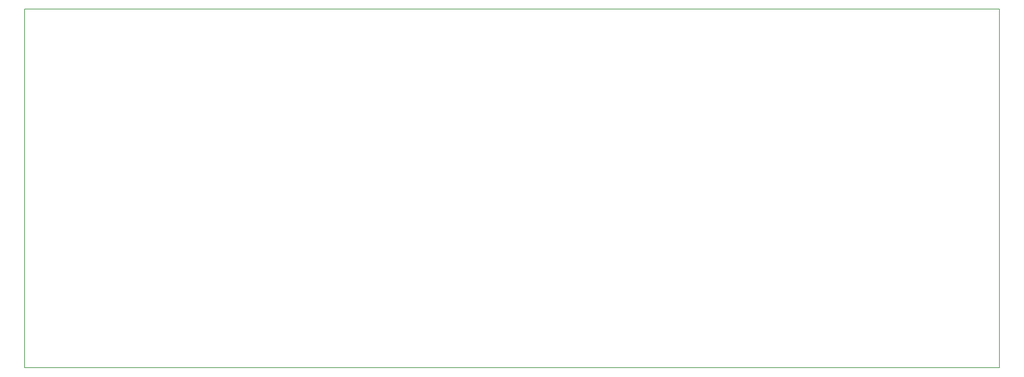
<source format=gbr>
G04 #@! TF.GenerationSoftware,KiCad,Pcbnew,(5.0.2)-1*
G04 #@! TF.CreationDate,2019-03-14T09:30:29+08:00*
G04 #@! TF.ProjectId,kicad_project,6b696361-645f-4707-926f-6a6563742e6b,rev?*
G04 #@! TF.SameCoordinates,Original*
G04 #@! TF.FileFunction,Profile,NP*
%FSLAX46Y46*%
G04 Gerber Fmt 4.6, Leading zero omitted, Abs format (unit mm)*
G04 Created by KiCad (PCBNEW (5.0.2)-1) date 2019/3/14 9:30:29*
%MOMM*%
%LPD*%
G01*
G04 APERTURE LIST*
%ADD10C,0.150000*%
G04 APERTURE END LIST*
D10*
X20320000Y-123190000D02*
X21590000Y-123190000D01*
X20320000Y-29210000D02*
X20320000Y-123190000D01*
X275590000Y-123190000D02*
X21590000Y-123190000D01*
X275590000Y-57150000D02*
X275590000Y-123190000D01*
X275590000Y-29210000D02*
X275590000Y-57150000D01*
X20320000Y-29210000D02*
X275590000Y-29210000D01*
M02*

</source>
